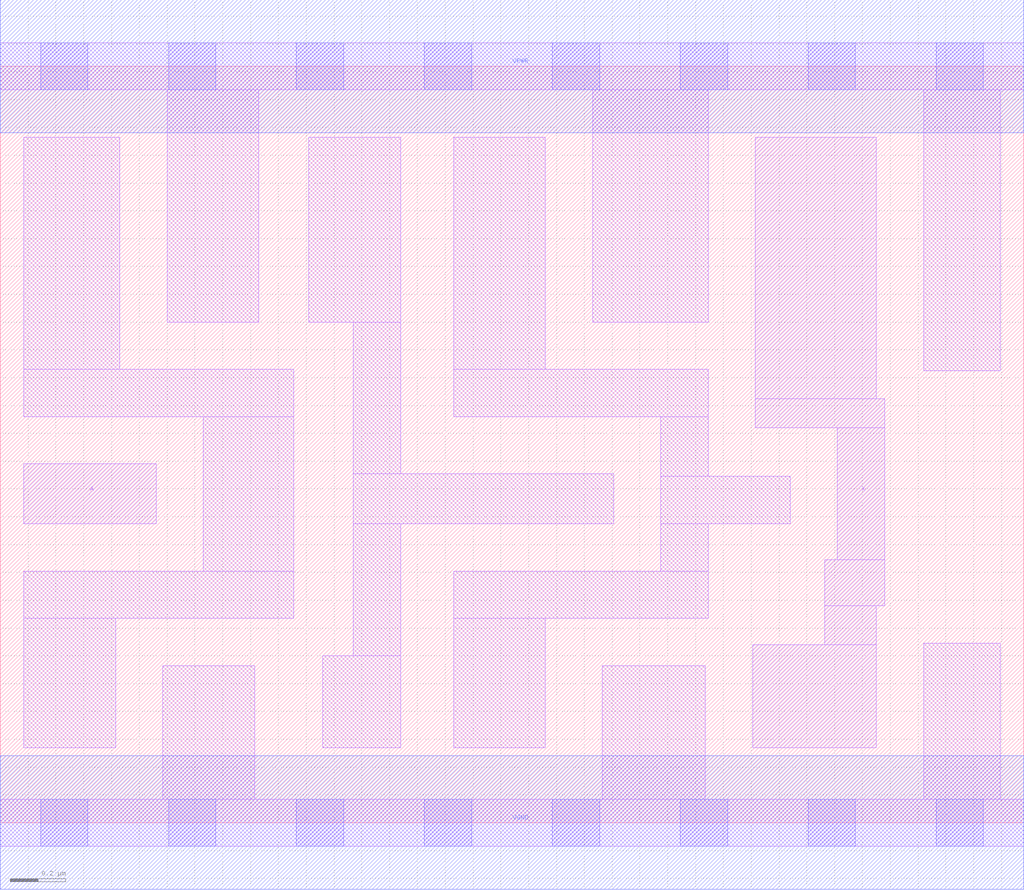
<source format=lef>
# Copyright 2020 The SkyWater PDK Authors
#
# Licensed under the Apache License, Version 2.0 (the "License");
# you may not use this file except in compliance with the License.
# You may obtain a copy of the License at
#
#     https://www.apache.org/licenses/LICENSE-2.0
#
# Unless required by applicable law or agreed to in writing, software
# distributed under the License is distributed on an "AS IS" BASIS,
# WITHOUT WARRANTIES OR CONDITIONS OF ANY KIND, either express or implied.
# See the License for the specific language governing permissions and
# limitations under the License.
#
# SPDX-License-Identifier: Apache-2.0

VERSION 5.7 ;
  NOWIREEXTENSIONATPIN ON ;
  DIVIDERCHAR "/" ;
  BUSBITCHARS "[]" ;
UNITS
  DATABASE MICRONS 200 ;
END UNITS
MACRO sky130_fd_sc_hd__clkdlybuf4s18_2
  CLASS CORE ;
  FOREIGN sky130_fd_sc_hd__clkdlybuf4s18_2 ;
  ORIGIN  0.000000  0.000000 ;
  SIZE  3.680000 BY  2.720000 ;
  SYMMETRY X Y R90 ;
  SITE unithd ;
  PIN A
    ANTENNAGATEAREA  0.213000 ;
    DIRECTION INPUT ;
    USE SIGNAL ;
    PORT
      LAYER li1 ;
        RECT 0.085000 1.075000 0.560000 1.290000 ;
    END
  END A
  PIN X
    ANTENNADIFFAREA  0.397600 ;
    DIRECTION OUTPUT ;
    USE SIGNAL ;
    PORT
      LAYER li1 ;
        RECT 2.705000 0.270000 3.150000 0.640000 ;
        RECT 2.715000 1.420000 3.180000 1.525000 ;
        RECT 2.715000 1.525000 3.150000 2.465000 ;
        RECT 2.965000 0.640000 3.150000 0.780000 ;
        RECT 2.965000 0.780000 3.180000 0.945000 ;
        RECT 3.010000 0.945000 3.180000 1.420000 ;
    END
  END X
  PIN VGND
    DIRECTION INOUT ;
    SHAPE ABUTMENT ;
    USE GROUND ;
    PORT
      LAYER met1 ;
        RECT 0.000000 -0.240000 3.680000 0.240000 ;
    END
  END VGND
  PIN VPWR
    DIRECTION INOUT ;
    SHAPE ABUTMENT ;
    USE POWER ;
    PORT
      LAYER met1 ;
        RECT 0.000000 2.480000 3.680000 2.960000 ;
    END
  END VPWR
  OBS
    LAYER li1 ;
      RECT 0.000000 -0.085000 3.680000 0.085000 ;
      RECT 0.000000  2.635000 3.680000 2.805000 ;
      RECT 0.085000  0.270000 0.415000 0.735000 ;
      RECT 0.085000  0.735000 1.055000 0.905000 ;
      RECT 0.085000  1.460000 1.055000 1.630000 ;
      RECT 0.085000  1.630000 0.430000 2.465000 ;
      RECT 0.585000  0.085000 0.915000 0.565000 ;
      RECT 0.600000  1.800000 0.930000 2.635000 ;
      RECT 0.730000  0.905000 1.055000 1.460000 ;
      RECT 1.110000  1.800000 1.440000 2.465000 ;
      RECT 1.160000  0.270000 1.440000 0.600000 ;
      RECT 1.270000  0.600000 1.440000 1.075000 ;
      RECT 1.270000  1.075000 2.205000 1.255000 ;
      RECT 1.270000  1.255000 1.440000 1.800000 ;
      RECT 1.630000  0.270000 1.960000 0.735000 ;
      RECT 1.630000  0.735000 2.545000 0.905000 ;
      RECT 1.630000  1.460000 2.545000 1.630000 ;
      RECT 1.630000  1.630000 1.960000 2.465000 ;
      RECT 2.130000  1.800000 2.545000 2.635000 ;
      RECT 2.165000  0.085000 2.535000 0.565000 ;
      RECT 2.375000  0.905000 2.545000 1.075000 ;
      RECT 2.375000  1.075000 2.840000 1.245000 ;
      RECT 2.375000  1.245000 2.545000 1.460000 ;
      RECT 3.320000  0.085000 3.595000 0.645000 ;
      RECT 3.320000  1.625000 3.595000 2.635000 ;
    LAYER mcon ;
      RECT 0.145000 -0.085000 0.315000 0.085000 ;
      RECT 0.145000  2.635000 0.315000 2.805000 ;
      RECT 0.605000 -0.085000 0.775000 0.085000 ;
      RECT 0.605000  2.635000 0.775000 2.805000 ;
      RECT 1.065000 -0.085000 1.235000 0.085000 ;
      RECT 1.065000  2.635000 1.235000 2.805000 ;
      RECT 1.525000 -0.085000 1.695000 0.085000 ;
      RECT 1.525000  2.635000 1.695000 2.805000 ;
      RECT 1.985000 -0.085000 2.155000 0.085000 ;
      RECT 1.985000  2.635000 2.155000 2.805000 ;
      RECT 2.445000 -0.085000 2.615000 0.085000 ;
      RECT 2.445000  2.635000 2.615000 2.805000 ;
      RECT 2.905000 -0.085000 3.075000 0.085000 ;
      RECT 2.905000  2.635000 3.075000 2.805000 ;
      RECT 3.365000 -0.085000 3.535000 0.085000 ;
      RECT 3.365000  2.635000 3.535000 2.805000 ;
  END
END sky130_fd_sc_hd__clkdlybuf4s18_2
END LIBRARY

</source>
